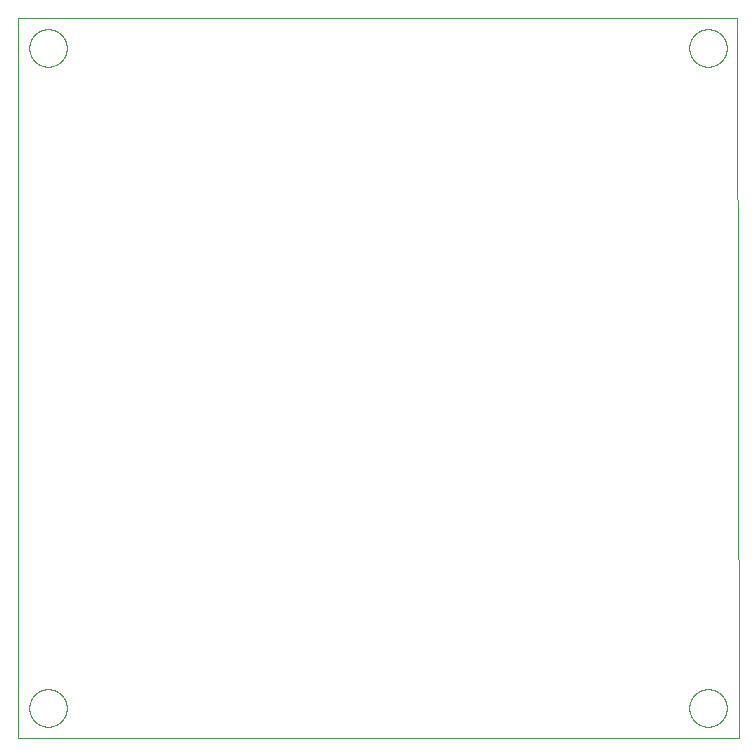
<source format=gbr>
G04 EAGLE Gerber RS-274X export*
G75*
%MOMM*%
%FSLAX34Y34*%
%LPD*%
%IN*%
%IPPOS*%
%AMOC8*
5,1,8,0,0,1.08239X$1,22.5*%
G01*
%ADD10C,0.000000*%


D10*
X0Y0D02*
X610110Y0D01*
X608840Y609500D01*
X0Y609500D01*
X0Y609600D02*
X0Y0D01*
X9525Y25400D02*
X9530Y25790D01*
X9544Y26179D01*
X9568Y26568D01*
X9601Y26956D01*
X9644Y27343D01*
X9697Y27729D01*
X9759Y28114D01*
X9830Y28497D01*
X9911Y28878D01*
X10001Y29257D01*
X10100Y29634D01*
X10209Y30008D01*
X10326Y30380D01*
X10453Y30748D01*
X10589Y31113D01*
X10733Y31475D01*
X10887Y31833D01*
X11049Y32187D01*
X11220Y32538D01*
X11399Y32883D01*
X11587Y33225D01*
X11784Y33561D01*
X11988Y33893D01*
X12200Y34220D01*
X12421Y34541D01*
X12649Y34857D01*
X12885Y35167D01*
X13128Y35471D01*
X13379Y35769D01*
X13637Y36061D01*
X13903Y36346D01*
X14175Y36625D01*
X14454Y36897D01*
X14739Y37163D01*
X15031Y37421D01*
X15329Y37672D01*
X15633Y37915D01*
X15943Y38151D01*
X16259Y38379D01*
X16580Y38600D01*
X16907Y38812D01*
X17239Y39016D01*
X17575Y39213D01*
X17917Y39401D01*
X18262Y39580D01*
X18613Y39751D01*
X18967Y39913D01*
X19325Y40067D01*
X19687Y40211D01*
X20052Y40347D01*
X20420Y40474D01*
X20792Y40591D01*
X21166Y40700D01*
X21543Y40799D01*
X21922Y40889D01*
X22303Y40970D01*
X22686Y41041D01*
X23071Y41103D01*
X23457Y41156D01*
X23844Y41199D01*
X24232Y41232D01*
X24621Y41256D01*
X25010Y41270D01*
X25400Y41275D01*
X25790Y41270D01*
X26179Y41256D01*
X26568Y41232D01*
X26956Y41199D01*
X27343Y41156D01*
X27729Y41103D01*
X28114Y41041D01*
X28497Y40970D01*
X28878Y40889D01*
X29257Y40799D01*
X29634Y40700D01*
X30008Y40591D01*
X30380Y40474D01*
X30748Y40347D01*
X31113Y40211D01*
X31475Y40067D01*
X31833Y39913D01*
X32187Y39751D01*
X32538Y39580D01*
X32883Y39401D01*
X33225Y39213D01*
X33561Y39016D01*
X33893Y38812D01*
X34220Y38600D01*
X34541Y38379D01*
X34857Y38151D01*
X35167Y37915D01*
X35471Y37672D01*
X35769Y37421D01*
X36061Y37163D01*
X36346Y36897D01*
X36625Y36625D01*
X36897Y36346D01*
X37163Y36061D01*
X37421Y35769D01*
X37672Y35471D01*
X37915Y35167D01*
X38151Y34857D01*
X38379Y34541D01*
X38600Y34220D01*
X38812Y33893D01*
X39016Y33561D01*
X39213Y33225D01*
X39401Y32883D01*
X39580Y32538D01*
X39751Y32187D01*
X39913Y31833D01*
X40067Y31475D01*
X40211Y31113D01*
X40347Y30748D01*
X40474Y30380D01*
X40591Y30008D01*
X40700Y29634D01*
X40799Y29257D01*
X40889Y28878D01*
X40970Y28497D01*
X41041Y28114D01*
X41103Y27729D01*
X41156Y27343D01*
X41199Y26956D01*
X41232Y26568D01*
X41256Y26179D01*
X41270Y25790D01*
X41275Y25400D01*
X41270Y25010D01*
X41256Y24621D01*
X41232Y24232D01*
X41199Y23844D01*
X41156Y23457D01*
X41103Y23071D01*
X41041Y22686D01*
X40970Y22303D01*
X40889Y21922D01*
X40799Y21543D01*
X40700Y21166D01*
X40591Y20792D01*
X40474Y20420D01*
X40347Y20052D01*
X40211Y19687D01*
X40067Y19325D01*
X39913Y18967D01*
X39751Y18613D01*
X39580Y18262D01*
X39401Y17917D01*
X39213Y17575D01*
X39016Y17239D01*
X38812Y16907D01*
X38600Y16580D01*
X38379Y16259D01*
X38151Y15943D01*
X37915Y15633D01*
X37672Y15329D01*
X37421Y15031D01*
X37163Y14739D01*
X36897Y14454D01*
X36625Y14175D01*
X36346Y13903D01*
X36061Y13637D01*
X35769Y13379D01*
X35471Y13128D01*
X35167Y12885D01*
X34857Y12649D01*
X34541Y12421D01*
X34220Y12200D01*
X33893Y11988D01*
X33561Y11784D01*
X33225Y11587D01*
X32883Y11399D01*
X32538Y11220D01*
X32187Y11049D01*
X31833Y10887D01*
X31475Y10733D01*
X31113Y10589D01*
X30748Y10453D01*
X30380Y10326D01*
X30008Y10209D01*
X29634Y10100D01*
X29257Y10001D01*
X28878Y9911D01*
X28497Y9830D01*
X28114Y9759D01*
X27729Y9697D01*
X27343Y9644D01*
X26956Y9601D01*
X26568Y9568D01*
X26179Y9544D01*
X25790Y9530D01*
X25400Y9525D01*
X25010Y9530D01*
X24621Y9544D01*
X24232Y9568D01*
X23844Y9601D01*
X23457Y9644D01*
X23071Y9697D01*
X22686Y9759D01*
X22303Y9830D01*
X21922Y9911D01*
X21543Y10001D01*
X21166Y10100D01*
X20792Y10209D01*
X20420Y10326D01*
X20052Y10453D01*
X19687Y10589D01*
X19325Y10733D01*
X18967Y10887D01*
X18613Y11049D01*
X18262Y11220D01*
X17917Y11399D01*
X17575Y11587D01*
X17239Y11784D01*
X16907Y11988D01*
X16580Y12200D01*
X16259Y12421D01*
X15943Y12649D01*
X15633Y12885D01*
X15329Y13128D01*
X15031Y13379D01*
X14739Y13637D01*
X14454Y13903D01*
X14175Y14175D01*
X13903Y14454D01*
X13637Y14739D01*
X13379Y15031D01*
X13128Y15329D01*
X12885Y15633D01*
X12649Y15943D01*
X12421Y16259D01*
X12200Y16580D01*
X11988Y16907D01*
X11784Y17239D01*
X11587Y17575D01*
X11399Y17917D01*
X11220Y18262D01*
X11049Y18613D01*
X10887Y18967D01*
X10733Y19325D01*
X10589Y19687D01*
X10453Y20052D01*
X10326Y20420D01*
X10209Y20792D01*
X10100Y21166D01*
X10001Y21543D01*
X9911Y21922D01*
X9830Y22303D01*
X9759Y22686D01*
X9697Y23071D01*
X9644Y23457D01*
X9601Y23844D01*
X9568Y24232D01*
X9544Y24621D01*
X9530Y25010D01*
X9525Y25400D01*
X568325Y25400D02*
X568330Y25790D01*
X568344Y26179D01*
X568368Y26568D01*
X568401Y26956D01*
X568444Y27343D01*
X568497Y27729D01*
X568559Y28114D01*
X568630Y28497D01*
X568711Y28878D01*
X568801Y29257D01*
X568900Y29634D01*
X569009Y30008D01*
X569126Y30380D01*
X569253Y30748D01*
X569389Y31113D01*
X569533Y31475D01*
X569687Y31833D01*
X569849Y32187D01*
X570020Y32538D01*
X570199Y32883D01*
X570387Y33225D01*
X570584Y33561D01*
X570788Y33893D01*
X571000Y34220D01*
X571221Y34541D01*
X571449Y34857D01*
X571685Y35167D01*
X571928Y35471D01*
X572179Y35769D01*
X572437Y36061D01*
X572703Y36346D01*
X572975Y36625D01*
X573254Y36897D01*
X573539Y37163D01*
X573831Y37421D01*
X574129Y37672D01*
X574433Y37915D01*
X574743Y38151D01*
X575059Y38379D01*
X575380Y38600D01*
X575707Y38812D01*
X576039Y39016D01*
X576375Y39213D01*
X576717Y39401D01*
X577062Y39580D01*
X577413Y39751D01*
X577767Y39913D01*
X578125Y40067D01*
X578487Y40211D01*
X578852Y40347D01*
X579220Y40474D01*
X579592Y40591D01*
X579966Y40700D01*
X580343Y40799D01*
X580722Y40889D01*
X581103Y40970D01*
X581486Y41041D01*
X581871Y41103D01*
X582257Y41156D01*
X582644Y41199D01*
X583032Y41232D01*
X583421Y41256D01*
X583810Y41270D01*
X584200Y41275D01*
X584590Y41270D01*
X584979Y41256D01*
X585368Y41232D01*
X585756Y41199D01*
X586143Y41156D01*
X586529Y41103D01*
X586914Y41041D01*
X587297Y40970D01*
X587678Y40889D01*
X588057Y40799D01*
X588434Y40700D01*
X588808Y40591D01*
X589180Y40474D01*
X589548Y40347D01*
X589913Y40211D01*
X590275Y40067D01*
X590633Y39913D01*
X590987Y39751D01*
X591338Y39580D01*
X591683Y39401D01*
X592025Y39213D01*
X592361Y39016D01*
X592693Y38812D01*
X593020Y38600D01*
X593341Y38379D01*
X593657Y38151D01*
X593967Y37915D01*
X594271Y37672D01*
X594569Y37421D01*
X594861Y37163D01*
X595146Y36897D01*
X595425Y36625D01*
X595697Y36346D01*
X595963Y36061D01*
X596221Y35769D01*
X596472Y35471D01*
X596715Y35167D01*
X596951Y34857D01*
X597179Y34541D01*
X597400Y34220D01*
X597612Y33893D01*
X597816Y33561D01*
X598013Y33225D01*
X598201Y32883D01*
X598380Y32538D01*
X598551Y32187D01*
X598713Y31833D01*
X598867Y31475D01*
X599011Y31113D01*
X599147Y30748D01*
X599274Y30380D01*
X599391Y30008D01*
X599500Y29634D01*
X599599Y29257D01*
X599689Y28878D01*
X599770Y28497D01*
X599841Y28114D01*
X599903Y27729D01*
X599956Y27343D01*
X599999Y26956D01*
X600032Y26568D01*
X600056Y26179D01*
X600070Y25790D01*
X600075Y25400D01*
X600070Y25010D01*
X600056Y24621D01*
X600032Y24232D01*
X599999Y23844D01*
X599956Y23457D01*
X599903Y23071D01*
X599841Y22686D01*
X599770Y22303D01*
X599689Y21922D01*
X599599Y21543D01*
X599500Y21166D01*
X599391Y20792D01*
X599274Y20420D01*
X599147Y20052D01*
X599011Y19687D01*
X598867Y19325D01*
X598713Y18967D01*
X598551Y18613D01*
X598380Y18262D01*
X598201Y17917D01*
X598013Y17575D01*
X597816Y17239D01*
X597612Y16907D01*
X597400Y16580D01*
X597179Y16259D01*
X596951Y15943D01*
X596715Y15633D01*
X596472Y15329D01*
X596221Y15031D01*
X595963Y14739D01*
X595697Y14454D01*
X595425Y14175D01*
X595146Y13903D01*
X594861Y13637D01*
X594569Y13379D01*
X594271Y13128D01*
X593967Y12885D01*
X593657Y12649D01*
X593341Y12421D01*
X593020Y12200D01*
X592693Y11988D01*
X592361Y11784D01*
X592025Y11587D01*
X591683Y11399D01*
X591338Y11220D01*
X590987Y11049D01*
X590633Y10887D01*
X590275Y10733D01*
X589913Y10589D01*
X589548Y10453D01*
X589180Y10326D01*
X588808Y10209D01*
X588434Y10100D01*
X588057Y10001D01*
X587678Y9911D01*
X587297Y9830D01*
X586914Y9759D01*
X586529Y9697D01*
X586143Y9644D01*
X585756Y9601D01*
X585368Y9568D01*
X584979Y9544D01*
X584590Y9530D01*
X584200Y9525D01*
X583810Y9530D01*
X583421Y9544D01*
X583032Y9568D01*
X582644Y9601D01*
X582257Y9644D01*
X581871Y9697D01*
X581486Y9759D01*
X581103Y9830D01*
X580722Y9911D01*
X580343Y10001D01*
X579966Y10100D01*
X579592Y10209D01*
X579220Y10326D01*
X578852Y10453D01*
X578487Y10589D01*
X578125Y10733D01*
X577767Y10887D01*
X577413Y11049D01*
X577062Y11220D01*
X576717Y11399D01*
X576375Y11587D01*
X576039Y11784D01*
X575707Y11988D01*
X575380Y12200D01*
X575059Y12421D01*
X574743Y12649D01*
X574433Y12885D01*
X574129Y13128D01*
X573831Y13379D01*
X573539Y13637D01*
X573254Y13903D01*
X572975Y14175D01*
X572703Y14454D01*
X572437Y14739D01*
X572179Y15031D01*
X571928Y15329D01*
X571685Y15633D01*
X571449Y15943D01*
X571221Y16259D01*
X571000Y16580D01*
X570788Y16907D01*
X570584Y17239D01*
X570387Y17575D01*
X570199Y17917D01*
X570020Y18262D01*
X569849Y18613D01*
X569687Y18967D01*
X569533Y19325D01*
X569389Y19687D01*
X569253Y20052D01*
X569126Y20420D01*
X569009Y20792D01*
X568900Y21166D01*
X568801Y21543D01*
X568711Y21922D01*
X568630Y22303D01*
X568559Y22686D01*
X568497Y23071D01*
X568444Y23457D01*
X568401Y23844D01*
X568368Y24232D01*
X568344Y24621D01*
X568330Y25010D01*
X568325Y25400D01*
X568325Y584200D02*
X568330Y584590D01*
X568344Y584979D01*
X568368Y585368D01*
X568401Y585756D01*
X568444Y586143D01*
X568497Y586529D01*
X568559Y586914D01*
X568630Y587297D01*
X568711Y587678D01*
X568801Y588057D01*
X568900Y588434D01*
X569009Y588808D01*
X569126Y589180D01*
X569253Y589548D01*
X569389Y589913D01*
X569533Y590275D01*
X569687Y590633D01*
X569849Y590987D01*
X570020Y591338D01*
X570199Y591683D01*
X570387Y592025D01*
X570584Y592361D01*
X570788Y592693D01*
X571000Y593020D01*
X571221Y593341D01*
X571449Y593657D01*
X571685Y593967D01*
X571928Y594271D01*
X572179Y594569D01*
X572437Y594861D01*
X572703Y595146D01*
X572975Y595425D01*
X573254Y595697D01*
X573539Y595963D01*
X573831Y596221D01*
X574129Y596472D01*
X574433Y596715D01*
X574743Y596951D01*
X575059Y597179D01*
X575380Y597400D01*
X575707Y597612D01*
X576039Y597816D01*
X576375Y598013D01*
X576717Y598201D01*
X577062Y598380D01*
X577413Y598551D01*
X577767Y598713D01*
X578125Y598867D01*
X578487Y599011D01*
X578852Y599147D01*
X579220Y599274D01*
X579592Y599391D01*
X579966Y599500D01*
X580343Y599599D01*
X580722Y599689D01*
X581103Y599770D01*
X581486Y599841D01*
X581871Y599903D01*
X582257Y599956D01*
X582644Y599999D01*
X583032Y600032D01*
X583421Y600056D01*
X583810Y600070D01*
X584200Y600075D01*
X584590Y600070D01*
X584979Y600056D01*
X585368Y600032D01*
X585756Y599999D01*
X586143Y599956D01*
X586529Y599903D01*
X586914Y599841D01*
X587297Y599770D01*
X587678Y599689D01*
X588057Y599599D01*
X588434Y599500D01*
X588808Y599391D01*
X589180Y599274D01*
X589548Y599147D01*
X589913Y599011D01*
X590275Y598867D01*
X590633Y598713D01*
X590987Y598551D01*
X591338Y598380D01*
X591683Y598201D01*
X592025Y598013D01*
X592361Y597816D01*
X592693Y597612D01*
X593020Y597400D01*
X593341Y597179D01*
X593657Y596951D01*
X593967Y596715D01*
X594271Y596472D01*
X594569Y596221D01*
X594861Y595963D01*
X595146Y595697D01*
X595425Y595425D01*
X595697Y595146D01*
X595963Y594861D01*
X596221Y594569D01*
X596472Y594271D01*
X596715Y593967D01*
X596951Y593657D01*
X597179Y593341D01*
X597400Y593020D01*
X597612Y592693D01*
X597816Y592361D01*
X598013Y592025D01*
X598201Y591683D01*
X598380Y591338D01*
X598551Y590987D01*
X598713Y590633D01*
X598867Y590275D01*
X599011Y589913D01*
X599147Y589548D01*
X599274Y589180D01*
X599391Y588808D01*
X599500Y588434D01*
X599599Y588057D01*
X599689Y587678D01*
X599770Y587297D01*
X599841Y586914D01*
X599903Y586529D01*
X599956Y586143D01*
X599999Y585756D01*
X600032Y585368D01*
X600056Y584979D01*
X600070Y584590D01*
X600075Y584200D01*
X600070Y583810D01*
X600056Y583421D01*
X600032Y583032D01*
X599999Y582644D01*
X599956Y582257D01*
X599903Y581871D01*
X599841Y581486D01*
X599770Y581103D01*
X599689Y580722D01*
X599599Y580343D01*
X599500Y579966D01*
X599391Y579592D01*
X599274Y579220D01*
X599147Y578852D01*
X599011Y578487D01*
X598867Y578125D01*
X598713Y577767D01*
X598551Y577413D01*
X598380Y577062D01*
X598201Y576717D01*
X598013Y576375D01*
X597816Y576039D01*
X597612Y575707D01*
X597400Y575380D01*
X597179Y575059D01*
X596951Y574743D01*
X596715Y574433D01*
X596472Y574129D01*
X596221Y573831D01*
X595963Y573539D01*
X595697Y573254D01*
X595425Y572975D01*
X595146Y572703D01*
X594861Y572437D01*
X594569Y572179D01*
X594271Y571928D01*
X593967Y571685D01*
X593657Y571449D01*
X593341Y571221D01*
X593020Y571000D01*
X592693Y570788D01*
X592361Y570584D01*
X592025Y570387D01*
X591683Y570199D01*
X591338Y570020D01*
X590987Y569849D01*
X590633Y569687D01*
X590275Y569533D01*
X589913Y569389D01*
X589548Y569253D01*
X589180Y569126D01*
X588808Y569009D01*
X588434Y568900D01*
X588057Y568801D01*
X587678Y568711D01*
X587297Y568630D01*
X586914Y568559D01*
X586529Y568497D01*
X586143Y568444D01*
X585756Y568401D01*
X585368Y568368D01*
X584979Y568344D01*
X584590Y568330D01*
X584200Y568325D01*
X583810Y568330D01*
X583421Y568344D01*
X583032Y568368D01*
X582644Y568401D01*
X582257Y568444D01*
X581871Y568497D01*
X581486Y568559D01*
X581103Y568630D01*
X580722Y568711D01*
X580343Y568801D01*
X579966Y568900D01*
X579592Y569009D01*
X579220Y569126D01*
X578852Y569253D01*
X578487Y569389D01*
X578125Y569533D01*
X577767Y569687D01*
X577413Y569849D01*
X577062Y570020D01*
X576717Y570199D01*
X576375Y570387D01*
X576039Y570584D01*
X575707Y570788D01*
X575380Y571000D01*
X575059Y571221D01*
X574743Y571449D01*
X574433Y571685D01*
X574129Y571928D01*
X573831Y572179D01*
X573539Y572437D01*
X573254Y572703D01*
X572975Y572975D01*
X572703Y573254D01*
X572437Y573539D01*
X572179Y573831D01*
X571928Y574129D01*
X571685Y574433D01*
X571449Y574743D01*
X571221Y575059D01*
X571000Y575380D01*
X570788Y575707D01*
X570584Y576039D01*
X570387Y576375D01*
X570199Y576717D01*
X570020Y577062D01*
X569849Y577413D01*
X569687Y577767D01*
X569533Y578125D01*
X569389Y578487D01*
X569253Y578852D01*
X569126Y579220D01*
X569009Y579592D01*
X568900Y579966D01*
X568801Y580343D01*
X568711Y580722D01*
X568630Y581103D01*
X568559Y581486D01*
X568497Y581871D01*
X568444Y582257D01*
X568401Y582644D01*
X568368Y583032D01*
X568344Y583421D01*
X568330Y583810D01*
X568325Y584200D01*
X9525Y584200D02*
X9530Y584590D01*
X9544Y584979D01*
X9568Y585368D01*
X9601Y585756D01*
X9644Y586143D01*
X9697Y586529D01*
X9759Y586914D01*
X9830Y587297D01*
X9911Y587678D01*
X10001Y588057D01*
X10100Y588434D01*
X10209Y588808D01*
X10326Y589180D01*
X10453Y589548D01*
X10589Y589913D01*
X10733Y590275D01*
X10887Y590633D01*
X11049Y590987D01*
X11220Y591338D01*
X11399Y591683D01*
X11587Y592025D01*
X11784Y592361D01*
X11988Y592693D01*
X12200Y593020D01*
X12421Y593341D01*
X12649Y593657D01*
X12885Y593967D01*
X13128Y594271D01*
X13379Y594569D01*
X13637Y594861D01*
X13903Y595146D01*
X14175Y595425D01*
X14454Y595697D01*
X14739Y595963D01*
X15031Y596221D01*
X15329Y596472D01*
X15633Y596715D01*
X15943Y596951D01*
X16259Y597179D01*
X16580Y597400D01*
X16907Y597612D01*
X17239Y597816D01*
X17575Y598013D01*
X17917Y598201D01*
X18262Y598380D01*
X18613Y598551D01*
X18967Y598713D01*
X19325Y598867D01*
X19687Y599011D01*
X20052Y599147D01*
X20420Y599274D01*
X20792Y599391D01*
X21166Y599500D01*
X21543Y599599D01*
X21922Y599689D01*
X22303Y599770D01*
X22686Y599841D01*
X23071Y599903D01*
X23457Y599956D01*
X23844Y599999D01*
X24232Y600032D01*
X24621Y600056D01*
X25010Y600070D01*
X25400Y600075D01*
X25790Y600070D01*
X26179Y600056D01*
X26568Y600032D01*
X26956Y599999D01*
X27343Y599956D01*
X27729Y599903D01*
X28114Y599841D01*
X28497Y599770D01*
X28878Y599689D01*
X29257Y599599D01*
X29634Y599500D01*
X30008Y599391D01*
X30380Y599274D01*
X30748Y599147D01*
X31113Y599011D01*
X31475Y598867D01*
X31833Y598713D01*
X32187Y598551D01*
X32538Y598380D01*
X32883Y598201D01*
X33225Y598013D01*
X33561Y597816D01*
X33893Y597612D01*
X34220Y597400D01*
X34541Y597179D01*
X34857Y596951D01*
X35167Y596715D01*
X35471Y596472D01*
X35769Y596221D01*
X36061Y595963D01*
X36346Y595697D01*
X36625Y595425D01*
X36897Y595146D01*
X37163Y594861D01*
X37421Y594569D01*
X37672Y594271D01*
X37915Y593967D01*
X38151Y593657D01*
X38379Y593341D01*
X38600Y593020D01*
X38812Y592693D01*
X39016Y592361D01*
X39213Y592025D01*
X39401Y591683D01*
X39580Y591338D01*
X39751Y590987D01*
X39913Y590633D01*
X40067Y590275D01*
X40211Y589913D01*
X40347Y589548D01*
X40474Y589180D01*
X40591Y588808D01*
X40700Y588434D01*
X40799Y588057D01*
X40889Y587678D01*
X40970Y587297D01*
X41041Y586914D01*
X41103Y586529D01*
X41156Y586143D01*
X41199Y585756D01*
X41232Y585368D01*
X41256Y584979D01*
X41270Y584590D01*
X41275Y584200D01*
X41270Y583810D01*
X41256Y583421D01*
X41232Y583032D01*
X41199Y582644D01*
X41156Y582257D01*
X41103Y581871D01*
X41041Y581486D01*
X40970Y581103D01*
X40889Y580722D01*
X40799Y580343D01*
X40700Y579966D01*
X40591Y579592D01*
X40474Y579220D01*
X40347Y578852D01*
X40211Y578487D01*
X40067Y578125D01*
X39913Y577767D01*
X39751Y577413D01*
X39580Y577062D01*
X39401Y576717D01*
X39213Y576375D01*
X39016Y576039D01*
X38812Y575707D01*
X38600Y575380D01*
X38379Y575059D01*
X38151Y574743D01*
X37915Y574433D01*
X37672Y574129D01*
X37421Y573831D01*
X37163Y573539D01*
X36897Y573254D01*
X36625Y572975D01*
X36346Y572703D01*
X36061Y572437D01*
X35769Y572179D01*
X35471Y571928D01*
X35167Y571685D01*
X34857Y571449D01*
X34541Y571221D01*
X34220Y571000D01*
X33893Y570788D01*
X33561Y570584D01*
X33225Y570387D01*
X32883Y570199D01*
X32538Y570020D01*
X32187Y569849D01*
X31833Y569687D01*
X31475Y569533D01*
X31113Y569389D01*
X30748Y569253D01*
X30380Y569126D01*
X30008Y569009D01*
X29634Y568900D01*
X29257Y568801D01*
X28878Y568711D01*
X28497Y568630D01*
X28114Y568559D01*
X27729Y568497D01*
X27343Y568444D01*
X26956Y568401D01*
X26568Y568368D01*
X26179Y568344D01*
X25790Y568330D01*
X25400Y568325D01*
X25010Y568330D01*
X24621Y568344D01*
X24232Y568368D01*
X23844Y568401D01*
X23457Y568444D01*
X23071Y568497D01*
X22686Y568559D01*
X22303Y568630D01*
X21922Y568711D01*
X21543Y568801D01*
X21166Y568900D01*
X20792Y569009D01*
X20420Y569126D01*
X20052Y569253D01*
X19687Y569389D01*
X19325Y569533D01*
X18967Y569687D01*
X18613Y569849D01*
X18262Y570020D01*
X17917Y570199D01*
X17575Y570387D01*
X17239Y570584D01*
X16907Y570788D01*
X16580Y571000D01*
X16259Y571221D01*
X15943Y571449D01*
X15633Y571685D01*
X15329Y571928D01*
X15031Y572179D01*
X14739Y572437D01*
X14454Y572703D01*
X14175Y572975D01*
X13903Y573254D01*
X13637Y573539D01*
X13379Y573831D01*
X13128Y574129D01*
X12885Y574433D01*
X12649Y574743D01*
X12421Y575059D01*
X12200Y575380D01*
X11988Y575707D01*
X11784Y576039D01*
X11587Y576375D01*
X11399Y576717D01*
X11220Y577062D01*
X11049Y577413D01*
X10887Y577767D01*
X10733Y578125D01*
X10589Y578487D01*
X10453Y578852D01*
X10326Y579220D01*
X10209Y579592D01*
X10100Y579966D01*
X10001Y580343D01*
X9911Y580722D01*
X9830Y581103D01*
X9759Y581486D01*
X9697Y581871D01*
X9644Y582257D01*
X9601Y582644D01*
X9568Y583032D01*
X9544Y583421D01*
X9530Y583810D01*
X9525Y584200D01*
M02*

</source>
